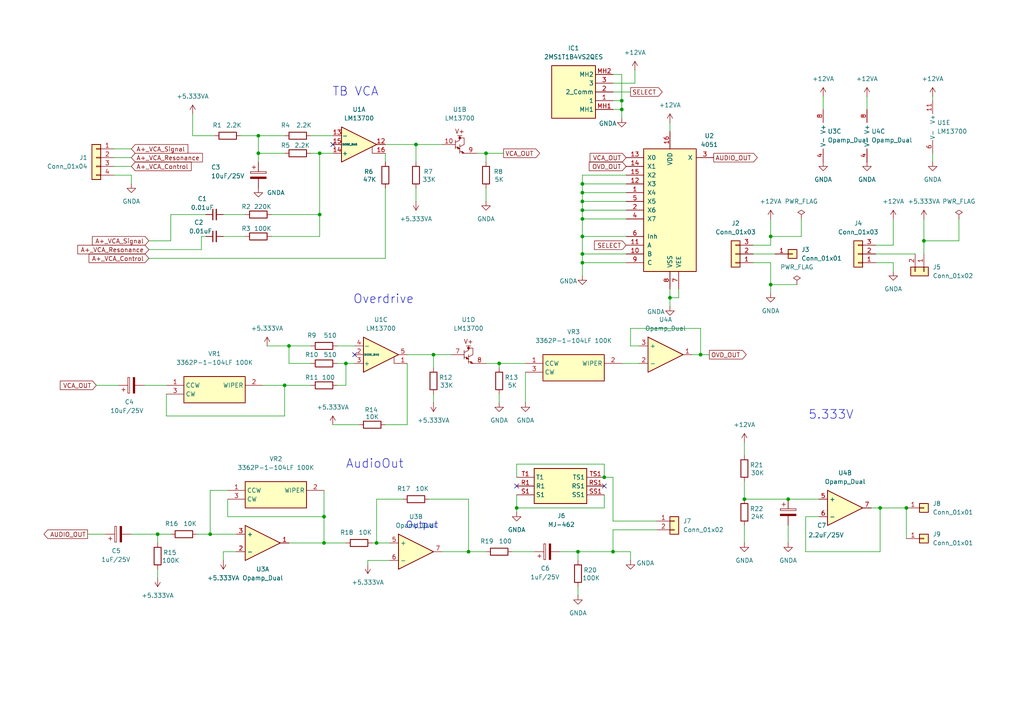
<source format=kicad_sch>
(kicad_sch (version 20231120) (generator "eeschema") (generator_version "8.0")
  (paper "A4")
  (junction (at 267.97 69.85))
  (junction (at 149.86 147.32))
  (junction (at 168.91 63.5))
  (junction (at 135.89 160.02))
  (junction (at 140.97 44.45))
  (junction (at 168.91 68.58))
  (junction (at 175.26 138.43))
  (junction (at 228.6 144.78))
  (junction (at 203.2 102.87))
  (junction (at 92.71 44.45))
  (junction (at 168.91 58.42))
  (junction (at 215.9 144.78))
  (junction (at 74.93 39.37))
  (junction (at 180.34 31.75))
  (junction (at 180.34 29.21))
  (junction (at 168.91 55.88))
  (junction (at 74.93 44.45))
  (junction (at 255.27 147.32))
  (junction (at 92.71 62.23))
  (junction (at 93.98 149.86))
  (junction (at 223.52 82.55))
  (junction (at 167.64 160.02))
  (junction (at 168.91 53.34))
  (junction (at 262.89 147.32))
  (junction (at 83.82 100.33))
  (junction (at 168.91 73.66))
  (junction (at 168.91 60.96))
  (junction (at 144.78 105.41))
  (junction (at 100.33 105.41))
  (junction (at 60.96 154.94))
  (junction (at 82.55 111.76))
  (junction (at 177.8 160.02))
  (junction (at 168.91 76.2))
  (junction (at 120.65 41.91))
  (junction (at 223.52 68.58))
  (junction (at 45.72 154.94))
  (junction (at 194.31 86.36))
  (junction (at 93.98 157.48))
  (junction (at 125.73 102.87))
  (junction (at 109.22 157.48))
  (no_connect (at 149.86 140.97))
  (no_connect (at 96.52 41.91))
  (no_connect (at 175.26 140.97))
  (no_connect (at 102.87 102.87))
  (wire (pts (xy 177.8 29.21) (xy 180.34 29.21)))
  (wire (pts (xy 140.97 44.45) (xy 140.97 46.99)))
  (wire (pts (xy 182.88 100.33) (xy 185.42 100.33)))
  (wire (pts (xy 184.15 20.32) (xy 184.15 24.13)))
  (wire (pts (xy 82.55 111.76) (xy 76.2 111.76)))
  (wire (pts (xy 125.73 114.3) (xy 125.73 116.84)))
  (wire (pts (xy 149.86 147.32) (xy 175.26 147.32)))
  (wire (pts (xy 270.51 44.45) (xy 270.51 46.99)))
  (wire (pts (xy 168.91 58.42) (xy 181.61 58.42)))
  (wire (pts (xy 93.98 149.86) (xy 93.98 142.24)))
  (wire (pts (xy 167.64 160.02) (xy 167.64 162.56)))
  (wire (pts (xy 254 73.66) (xy 265.43 73.66)))
  (wire (pts (xy 146.05 44.45) (xy 140.97 44.45)))
  (wire (pts (xy 233.68 160.02) (xy 255.27 160.02)))
  (wire (pts (xy 111.76 123.19) (xy 118.11 123.19)))
  (wire (pts (xy 168.91 68.58) (xy 168.91 73.66)))
  (wire (pts (xy 168.91 76.2) (xy 168.91 80.01)))
  (wire (pts (xy 194.31 35.56) (xy 194.31 38.1)))
  (wire (pts (xy 215.9 144.78) (xy 228.6 144.78)))
  (wire (pts (xy 120.65 41.91) (xy 120.65 46.99)))
  (wire (pts (xy 149.86 134.62) (xy 149.86 138.43)))
  (wire (pts (xy 177.8 153.67) (xy 177.8 160.02)))
  (wire (pts (xy 278.13 63.5) (xy 278.13 69.85)))
  (wire (pts (xy 182.88 95.25) (xy 182.88 100.33)))
  (wire (pts (xy 223.52 82.55) (xy 223.52 85.09)))
  (wire (pts (xy 194.31 86.36) (xy 194.31 88.9)))
  (wire (pts (xy 116.84 144.78) (xy 109.22 144.78)))
  (wire (pts (xy 168.91 73.66) (xy 181.61 73.66)))
  (wire (pts (xy 33.02 48.26) (xy 38.1 48.26)))
  (wire (pts (xy 58.42 68.58) (xy 59.69 68.58)))
  (wire (pts (xy 215.9 139.7) (xy 215.9 144.78)))
  (wire (pts (xy 168.91 50.8) (xy 168.91 53.34)))
  (wire (pts (xy 233.68 149.86) (xy 233.68 160.02)))
  (wire (pts (xy 49.53 62.23) (xy 59.69 62.23)))
  (wire (pts (xy 55.88 39.37) (xy 55.88 33.02)))
  (wire (pts (xy 148.59 160.02) (xy 154.94 160.02)))
  (wire (pts (xy 255.27 160.02) (xy 255.27 147.32)))
  (wire (pts (xy 180.34 105.41) (xy 185.42 105.41)))
  (wire (pts (xy 203.2 102.87) (xy 203.2 95.25)))
  (wire (pts (xy 168.91 60.96) (xy 181.61 60.96)))
  (wire (pts (xy 223.52 71.12) (xy 218.44 71.12)))
  (wire (pts (xy 93.98 157.48) (xy 100.33 157.48)))
  (wire (pts (xy 41.91 111.76) (xy 48.26 111.76)))
  (wire (pts (xy 38.1 50.8) (xy 38.1 53.34)))
  (wire (pts (xy 168.91 76.2) (xy 181.61 76.2)))
  (wire (pts (xy 232.41 63.5) (xy 232.41 68.58)))
  (wire (pts (xy 168.91 53.34) (xy 181.61 53.34)))
  (wire (pts (xy 38.1 154.94) (xy 45.72 154.94)))
  (wire (pts (xy 177.8 151.13) (xy 190.5 151.13)))
  (wire (pts (xy 48.26 114.3) (xy 48.26 120.65)))
  (wire (pts (xy 109.22 157.48) (xy 113.03 157.48)))
  (wire (pts (xy 111.76 44.45) (xy 111.76 46.99)))
  (wire (pts (xy 43.18 69.85) (xy 49.53 69.85)))
  (wire (pts (xy 252.73 147.32) (xy 255.27 147.32)))
  (wire (pts (xy 149.86 147.32) (xy 149.86 148.59)))
  (wire (pts (xy 177.8 26.67) (xy 182.88 26.67)))
  (wire (pts (xy 223.52 68.58) (xy 223.52 71.12)))
  (wire (pts (xy 168.91 55.88) (xy 168.91 58.42)))
  (wire (pts (xy 267.97 69.85) (xy 267.97 73.66)))
  (wire (pts (xy 203.2 95.25) (xy 182.88 95.25)))
  (wire (pts (xy 45.72 154.94) (xy 45.72 157.48)))
  (wire (pts (xy 111.76 74.93) (xy 111.76 54.61)))
  (wire (pts (xy 259.08 71.12) (xy 254 71.12)))
  (wire (pts (xy 90.17 44.45) (xy 92.71 44.45)))
  (wire (pts (xy 215.9 152.4) (xy 215.9 157.48)))
  (wire (pts (xy 97.79 111.76) (xy 100.33 111.76)))
  (wire (pts (xy 196.85 83.82) (xy 196.85 86.36)))
  (wire (pts (xy 168.91 55.88) (xy 181.61 55.88)))
  (wire (pts (xy 196.85 86.36) (xy 194.31 86.36)))
  (wire (pts (xy 68.58 160.02) (xy 64.77 160.02)))
  (wire (pts (xy 62.23 39.37) (xy 55.88 39.37)))
  (wire (pts (xy 82.55 120.65) (xy 82.55 111.76)))
  (wire (pts (xy 168.91 53.34) (xy 168.91 55.88)))
  (wire (pts (xy 57.15 154.94) (xy 60.96 154.94)))
  (wire (pts (xy 278.13 69.85) (xy 267.97 69.85)))
  (wire (pts (xy 82.55 44.45) (xy 74.93 44.45)))
  (wire (pts (xy 152.4 107.95) (xy 152.4 116.84)))
  (wire (pts (xy 92.71 62.23) (xy 92.71 68.58)))
  (wire (pts (xy 182.88 160.02) (xy 177.8 160.02)))
  (wire (pts (xy 177.8 138.43) (xy 175.26 138.43)))
  (wire (pts (xy 64.77 62.23) (xy 71.12 62.23)))
  (wire (pts (xy 140.97 105.41) (xy 144.78 105.41)))
  (wire (pts (xy 128.27 160.02) (xy 135.89 160.02)))
  (wire (pts (xy 125.73 106.68) (xy 125.73 102.87)))
  (wire (pts (xy 175.26 147.32) (xy 175.26 143.51)))
  (wire (pts (xy 228.6 144.78) (xy 237.49 144.78)))
  (wire (pts (xy 135.89 144.78) (xy 135.89 160.02)))
  (wire (pts (xy 66.04 144.78) (xy 66.04 149.86)))
  (wire (pts (xy 167.64 160.02) (xy 177.8 160.02)))
  (wire (pts (xy 33.02 43.18) (xy 38.1 43.18)))
  (wire (pts (xy 168.91 73.66) (xy 168.91 76.2)))
  (wire (pts (xy 93.98 149.86) (xy 93.98 157.48)))
  (wire (pts (xy 83.82 105.41) (xy 83.82 100.33)))
  (wire (pts (xy 92.71 62.23) (xy 92.71 44.45)))
  (wire (pts (xy 140.97 54.61) (xy 140.97 58.42)))
  (wire (pts (xy 177.8 21.59) (xy 180.34 21.59)))
  (wire (pts (xy 144.78 106.68) (xy 144.78 105.41)))
  (wire (pts (xy 100.33 111.76) (xy 100.33 105.41)))
  (wire (pts (xy 205.74 102.87) (xy 203.2 102.87)))
  (wire (pts (xy 83.82 157.48) (xy 93.98 157.48)))
  (wire (pts (xy 177.8 151.13) (xy 177.8 138.43)))
  (wire (pts (xy 60.96 142.24) (xy 60.96 154.94)))
  (wire (pts (xy 78.74 62.23) (xy 92.71 62.23)))
  (wire (pts (xy 60.96 154.94) (xy 68.58 154.94)))
  (wire (pts (xy 74.93 44.45) (xy 74.93 46.99)))
  (wire (pts (xy 45.72 154.94) (xy 49.53 154.94)))
  (wire (pts (xy 184.15 24.13) (xy 177.8 24.13)))
  (wire (pts (xy 223.52 82.55) (xy 231.14 82.55)))
  (wire (pts (xy 45.72 165.1) (xy 45.72 167.64)))
  (wire (pts (xy 177.8 31.75) (xy 180.34 31.75)))
  (wire (pts (xy 238.76 27.94) (xy 238.76 31.75)))
  (wire (pts (xy 168.91 63.5) (xy 168.91 68.58)))
  (wire (pts (xy 109.22 144.78) (xy 109.22 157.48)))
  (wire (pts (xy 90.17 39.37) (xy 96.52 39.37)))
  (wire (pts (xy 74.93 39.37) (xy 82.55 39.37)))
  (wire (pts (xy 48.26 120.65) (xy 82.55 120.65)))
  (wire (pts (xy 111.76 41.91) (xy 120.65 41.91)))
  (wire (pts (xy 181.61 50.8) (xy 168.91 50.8)))
  (wire (pts (xy 58.42 72.39) (xy 43.18 72.39)))
  (wire (pts (xy 118.11 123.19) (xy 118.11 105.41)))
  (wire (pts (xy 254 76.2) (xy 259.08 76.2)))
  (wire (pts (xy 49.53 69.85) (xy 49.53 62.23)))
  (wire (pts (xy 262.89 147.32) (xy 262.89 156.21)))
  (wire (pts (xy 149.86 143.51) (xy 149.86 147.32)))
  (wire (pts (xy 33.02 50.8) (xy 38.1 50.8)))
  (wire (pts (xy 120.65 41.91) (xy 128.27 41.91)))
  (wire (pts (xy 64.77 160.02) (xy 64.77 162.56)))
  (wire (pts (xy 218.44 73.66) (xy 224.79 73.66)))
  (wire (pts (xy 64.77 68.58) (xy 71.12 68.58)))
  (wire (pts (xy 83.82 100.33) (xy 90.17 100.33)))
  (wire (pts (xy 267.97 69.85) (xy 267.97 63.5)))
  (wire (pts (xy 218.44 76.2) (xy 223.52 76.2)))
  (wire (pts (xy 66.04 142.24) (xy 60.96 142.24)))
  (wire (pts (xy 78.74 68.58) (xy 92.71 68.58)))
  (wire (pts (xy 124.46 144.78) (xy 135.89 144.78)))
  (wire (pts (xy 237.49 149.86) (xy 233.68 149.86)))
  (wire (pts (xy 118.11 102.87) (xy 125.73 102.87)))
  (wire (pts (xy 223.52 76.2) (xy 223.52 82.55)))
  (wire (pts (xy 177.8 153.67) (xy 190.5 153.67)))
  (wire (pts (xy 182.88 160.02) (xy 182.88 162.56)))
  (wire (pts (xy 255.27 147.32) (xy 262.89 147.32)))
  (wire (pts (xy 162.56 160.02) (xy 167.64 160.02)))
  (wire (pts (xy 180.34 29.21) (xy 180.34 31.75)))
  (wire (pts (xy 100.33 105.41) (xy 102.87 105.41)))
  (wire (pts (xy 120.65 54.61) (xy 120.65 58.42)))
  (wire (pts (xy 175.26 138.43) (xy 175.26 134.62)))
  (wire (pts (xy 33.02 45.72) (xy 38.1 45.72)))
  (wire (pts (xy 113.03 162.56) (xy 106.68 162.56)))
  (wire (pts (xy 149.86 134.62) (xy 175.26 134.62)))
  (wire (pts (xy 25.4 154.94) (xy 30.48 154.94)))
  (wire (pts (xy 69.85 39.37) (xy 74.93 39.37)))
  (wire (pts (xy 90.17 105.41) (xy 83.82 105.41)))
  (wire (pts (xy 58.42 68.58) (xy 58.42 72.39)))
  (wire (pts (xy 66.04 149.86) (xy 93.98 149.86)))
  (wire (pts (xy 194.31 83.82) (xy 194.31 86.36)))
  (wire (pts (xy 167.64 170.18) (xy 167.64 172.72)))
  (wire (pts (xy 97.79 100.33) (xy 102.87 100.33)))
  (wire (pts (xy 232.41 68.58) (xy 223.52 68.58)))
  (wire (pts (xy 203.2 102.87) (xy 200.66 102.87)))
  (wire (pts (xy 82.55 111.76) (xy 90.17 111.76)))
  (wire (pts (xy 215.9 128.27) (xy 215.9 132.08)))
  (wire (pts (xy 27.94 111.76) (xy 34.29 111.76)))
  (wire (pts (xy 168.91 63.5) (xy 181.61 63.5)))
  (wire (pts (xy 92.71 44.45) (xy 96.52 44.45)))
  (wire (pts (xy 259.08 63.5) (xy 259.08 71.12)))
  (wire (pts (xy 43.18 74.93) (xy 111.76 74.93)))
  (wire (pts (xy 97.79 105.41) (xy 100.33 105.41)))
  (wire (pts (xy 144.78 114.3) (xy 144.78 116.84)))
  (wire (pts (xy 270.51 27.94) (xy 270.51 29.21)))
  (wire (pts (xy 107.95 157.48) (xy 109.22 157.48)))
  (wire (pts (xy 168.91 68.58) (xy 181.61 68.58)))
  (wire (pts (xy 106.68 162.56) (xy 106.68 163.83)))
  (wire (pts (xy 228.6 152.4) (xy 228.6 157.48)))
  (wire (pts (xy 168.91 60.96) (xy 168.91 63.5)))
  (wire (pts (xy 138.43 44.45) (xy 140.97 44.45)))
  (wire (pts (xy 251.46 27.94) (xy 251.46 31.75)))
  (wire (pts (xy 144.78 105.41) (xy 152.4 105.41)))
  (wire (pts (xy 74.93 44.45) (xy 74.93 39.37)))
  (wire (pts (xy 223.52 63.5) (xy 223.52 68.58)))
  (wire (pts (xy 180.34 21.59) (xy 180.34 29.21)))
  (wire (pts (xy 135.89 160.02) (xy 140.97 160.02)))
  (wire (pts (xy 125.73 102.87) (xy 130.81 102.87)))
  (wire (pts (xy 180.34 31.75) (xy 180.34 34.29)))
  (wire (pts (xy 96.52 123.19) (xy 104.14 123.19)))
  (wire (pts (xy 259.08 76.2) (xy 259.08 78.74)))
  (wire (pts (xy 168.91 58.42) (xy 168.91 60.96)))
  (wire (pts (xy 77.47 100.33) (xy 83.82 100.33)))
  (text "5.333V" (at 241.046 120.396 0) (effects (font (size 2.54 2.54))))
  (text "AudioOut" (at 108.712 134.62 0) (effects (font (size 2.54 2.54))))
  (text "Output" (at 122.428 152.4 0) (effects (font (size 1.905 1.905))))
  (text "Overdrive" (at 111.252 86.868 0) (effects (font (size 2.54 2.54))))
  (text "TB VCA" (at 103.124 26.67 0) (effects (font (size 2.54 2.54))))
  (global_label "A+_VCA_Resonance" (shape input) (at 43.18 72.39 180) (property "Intersheetrefs" "${INTERSHEET_REFS}" (effects (hide yes))))
  (global_label "A+_VCA_Resonance" (shape input) (at 38.1 45.72 0) (property "Intersheetrefs" "${INTERSHEET_REFS}" (effects (hide yes))))
  (global_label "OVD_OUT" (shape input) (at 181.61 48.26 180) (property "Intersheetrefs" "${INTERSHEET_REFS}" (effects (hide yes))))
  (global_label "VCA_OUT" (shape output) (at 146.05 44.45 0) (property "Intersheetrefs" "${INTERSHEET_REFS}" (effects (hide yes))))
  (global_label "A+_VCA_Signal" (shape input) (at 43.18 69.85 180) (property "Intersheetrefs" "${INTERSHEET_REFS}" (effects (hide yes))))
  (global_label "VCA_OUT" (shape input) (at 181.61 45.72 180) (property "Intersheetrefs" "${INTERSHEET_REFS}" (effects (hide yes))))
  (global_label "SELECT" (shape input) (at 181.61 71.12 180) (property "Intersheetrefs" "${INTERSHEET_REFS}" (effects (hide yes))))
  (global_label "A+_VCA_Control" (shape input) (at 38.1 48.26 0) (property "Intersheetrefs" "${INTERSHEET_REFS}" (effects (hide yes))))
  (global_label "SELECT" (shape output) (at 182.88 26.67 0) (property "Intersheetrefs" "${INTERSHEET_REFS}" (effects (hide yes))))
  (global_label "VCA_OUT" (shape input) (at 27.94 111.76 180) (property "Intersheetrefs" "${INTERSHEET_REFS}" (effects (hide yes))))
  (global_label "A+_VCA_Control" (shape input) (at 43.18 74.93 180) (property "Intersheetrefs" "${INTERSHEET_REFS}" (effects (hide yes))))
  (global_label "OVD_OUT" (shape output) (at 205.74 102.87 0) (property "Intersheetrefs" "${INTERSHEET_REFS}" (effects (hide yes))))
  (global_label "AUDIO_OUT" (shape output) (at 25.4 154.94 180) (property "Intersheetrefs" "${INTERSHEET_REFS}" (effects (hide yes))))
  (global_label "A+_VCA_Signal" (shape input) (at 38.1 43.18 0) (property "Intersheetrefs" "${INTERSHEET_REFS}" (effects (hide yes))))
  (global_label "AUDIO_OUT" (shape output) (at 207.01 45.72 0) (property "Intersheetrefs" "${INTERSHEET_REFS}" (effects (hide yes))))
  (symbol (lib_id "power:+5VA") (at 125.73 116.84 180) (unit 1)
    (property "Reference" "#PWR06" (effects (hide yes)))
    (property "Value" "+5.333VA" (at 125.73 121.92 0))
    (property "Description" "Power symbol creates a global label with name \"+5VA\"" (effects (hide yes)))
  )
  (symbol (lib_id "power:+5VA") (at 96.52 123.19 0) (unit 1)
    (property "Reference" "#PWR08" (effects (hide yes)))
    (property "Value" "+5.333VA" (at 96.52 118.11 0))
    (property "Description" "Power symbol creates a global label with name \"+5VA\"" (effects (hide yes)))
  )
  (symbol (lib_id "power:+5VA") (at 55.88 33.02 0) (unit 1)
    (property "Reference" "#PWR01" (effects (hide yes)))
    (property "Value" "+5.333VA" (at 55.88 27.94 0))
    (property "Description" "Power symbol creates a global label with name \"+5VA\"" (effects (hide yes)))
  )
  (symbol (lib_id "power:PWR_FLAG") (at 232.41 63.5 0) (unit 1)
    (property "Reference" "#FLG02" (effects (hide yes)))
    (property "Value" "PWR_FLAG" (at 232.41 58.42 0))
    (property "Description" "Special symbol for telling ERC where power comes from" (effects (hide yes)))
  )
  (symbol (lib_id "power:+12VA") (at 184.15 20.32 0) (unit 1)
    (property "Reference" "#PWR033" (effects (hide yes)))
    (property "Value" "+12VA" (at 184.15 15.24 0))
    (property "Description" "Power symbol creates a global label with name \"+12VA\"" (effects (hide yes)))
  )
  (symbol (lib_id "power:GNDA") (at 223.52 85.09 0) (unit 1)
    (property "Reference" "#PWR015" (effects (hide yes)))
    (property "Value" "GNDA" (at 223.52 90.17 0))
    (property "Description" "Power symbol creates a global label with name \"GNDA\" , analog ground" (effects (hide yes)))
  )
  (symbol (lib_id "Device:Opamp_Dual") (at 193.04 102.87 0) (unit 1)
    (property "Reference" "U4" (at 193.04 92.71 0))
    (property "Value" "Opamp_Dual" (at 193.04 95.25 0))
    (property "Footprint" "Package_DIP:DIP-8_W7.62mm_Socket" (effects (hide yes)))
    (property "Description" "Dual operational amplifier" (effects (hide yes)))
    (property "Sim.Library" "${KICAD7_SYMBOL_DIR}/Simulation_SPICE.sp" (effects (hide yes)))
    (property "Sim.Name" "kicad_builtin_opamp_dual" (effects (hide yes)))
    (property "Sim.Device" "SUBCKT" (effects (hide yes)))
    (property "Sim.Pins" "1=out1 2=in1- 3=in1+ 4=vee 5=in2+ 6=in2- 7=out2 8=vcc" (effects (hide yes)))
  )
  (symbol (lib_id "power:GNDA") (at 168.91 80.01 0) (unit 1)
    (property "Reference" "#PWR09" (effects (hide yes)))
    (property "Value" "GNDA" (at 164.846 81.534 0))
    (property "Description" "Power symbol creates a global label with name \"GNDA\" , analog ground" (effects (hide yes)))
  )
  (symbol (lib_id "Device:R") (at 93.98 100.33 90) (unit 1)
    (property "Reference" "R9" (at 90.424 97.282 90))
    (property "Value" "510" (at 95.758 97.282 90))
    (property "Footprint" "Resistor_THT:R_Axial_DIN0207_L6.3mm_D2.5mm_P2.54mm_Vertical" (effects (hide yes)))
    (property "Description" "Resistor" (effects (hide yes)))
  )
  (symbol (lib_id "power:+5VA") (at 64.77 162.56 180) (unit 1)
    (property "Reference" "#PWR021" (effects (hide yes)))
    (property "Value" "+5.333VA" (at 64.77 167.64 0))
    (property "Description" "Power symbol creates a global label with name \"+5VA\"" (effects (hide yes)))
  )
  (symbol (lib_id "power:PWR_FLAG") (at 231.14 82.55 0) (unit 1)
    (property "Reference" "#FLG01" (effects (hide yes)))
    (property "Value" "PWR_FLAG" (at 231.14 77.47 0))
    (property "Description" "Special symbol for telling ERC where power comes from" (effects (hide yes)))
  )
  (symbol (lib_id "power:+12VA") (at 251.46 27.94 0) (unit 1)
    (property "Reference" "#PWR026" (effects (hide yes)))
    (property "Value" "+12VA" (at 251.46 22.86 0))
    (property "Description" "Power symbol creates a global label with name \"+12VA\"" (effects (hide yes)))
  )
  (symbol (lib_id "power:GNDA") (at 167.64 172.72 0) (unit 1)
    (property "Reference" "#PWR024" (effects (hide yes)))
    (property "Value" "GNDA" (at 167.64 177.8 0))
    (property "Description" "Power symbol creates a global label with name \"GNDA\" , analog ground" (effects (hide yes)))
  )
  (symbol (lib_id "power:+5VA") (at 45.72 167.64 180) (unit 1)
    (property "Reference" "#PWR020" (effects (hide yes)))
    (property "Value" "+5.333VA" (at 45.72 172.72 0))
    (property "Description" "Power symbol creates a global label with name \"+5VA\"" (effects (hide yes)))
  )
  (symbol (lib_id "power:+12VA") (at 270.51 27.94 0) (unit 1)
    (property "Reference" "#PWR011" (effects (hide yes)))
    (property "Value" "+12VA" (at 270.51 22.86 0))
    (property "Description" "Power symbol creates a global label with name \"+12VA\"" (effects (hide yes)))
  )
  (symbol (lib_id "power:GNDA") (at 194.31 88.9 0) (unit 1)
    (property "Reference" "#PWR010" (effects (hide yes)))
    (property "Value" "GNDA" (at 190.246 90.424 0))
    (property "Description" "Power symbol creates a global label with name \"GNDA\" , analog ground" (effects (hide yes)))
  )
  (symbol (lib_id "SamacSys_Parts:3362P-1-103LF") (at 48.26 111.76 0) (unit 1)
    (property "Reference" "VR1" (at 62.23 102.616 0))
    (property "Value" "3362P-1-104LF 100K" (at 62.23 105.156 0))
    (property "Footprint" "SamacSys_Parts:3362P_1" (effects (hide yes)))
    (property "Datasheet" "https://datasheet.datasheetarchive.com/originals/distributors/SFDatasheet-6/sf-000139931.pdf" (effects (hide yes)))
    (property "Description" "10k, Through Hole Trimmer Potentiometer 0.5W Top Adjust Bourns, 3362" (effects (hide yes)))
    (property "Manufacturer_Name" "Bourns" (effects (hide yes)))
    (property "Manufacturer_Part_Number" "3362P-1-103LF" (effects (hide yes)))
    (property "Mouser Part Number" "652-3362P-1-103LF" (effects (hide yes)))
    (property "Mouser Price/Stock" "https://www.mouser.co.uk/ProductDetail/Bourns/3362P-1-103LF?qs=tS7CBNq%252BQ07BavGNEQud%252BA%3D%3D" (effects (hide yes)))
    (property "Arrow Part Number" "3362P-1-103LF" (effects (hide yes)))
    (property "Arrow Price/Stock" "https://www.arrow.com/en/products/3362p-1-103lf/bourns?utm_currency=USD&region=nac" (effects (hide yes)))
  )
  (symbol (lib_id "Amplifier_Operational:LM13700") (at 110.49 102.87 0) (unit 3)
    (property "Reference" "U1" (at 110.49 92.71 0))
    (property "Value" "LM13700" (at 110.49 95.25 0))
    (property "Footprint" "Package_DIP:DIP-16_W7.62mm_Socket" (effects (hide yes)))
    (property "Datasheet" "http://www.ti.com/lit/ds/symlink/lm13700.pdf" (effects (hide yes)))
    (property "Description" "Dual Operational Transconductance Amplifiers with Linearizing Diodes and Buffers, DIP-16/SOIC-16" (effects (hide yes)))
  )
  (symbol (lib_id "power:GNDA") (at 238.76 46.99 0) (unit 1)
    (property "Reference" "#PWR035" (effects (hide yes)))
    (property "Value" "GNDA" (at 238.76 52.07 0))
    (property "Description" "Power symbol creates a global label with name \"GNDA\" , analog ground" (effects (hide yes)))
  )
  (symbol (lib_id "Amplifier_Operational:LM13700") (at 104.14 41.91 0) (unit 1)
    (property "Reference" "U1" (at 104.14 31.75 0))
    (property "Value" "LM13700" (at 104.14 34.29 0))
    (property "Footprint" "Package_DIP:DIP-16_W7.62mm_Socket" (effects (hide yes)))
    (property "Datasheet" "http://www.ti.com/lit/ds/symlink/lm13700.pdf" (effects (hide yes)))
    (property "Description" "Dual Operational Transconductance Amplifiers with Linearizing Diodes and Buffers, DIP-16/SOIC-16" (effects (hide yes)))
  )
  (symbol (lib_id "power:GNDA") (at 38.1 53.34 0) (unit 1)
    (property "Reference" "#PWR013" (effects (hide yes)))
    (property "Value" "GNDA" (at 38.1 58.42 0))
    (property "Description" "Power symbol creates a global label with name \"GNDA\" , analog ground" (effects (hide yes)))
  )
  (symbol (lib_id "Device:R") (at 74.93 68.58 90) (unit 1)
    (property "Reference" "R3" (at 71.374 66.294 90))
    (property "Value" "100K" (at 76.2 66.294 90))
    (property "Footprint" "Resistor_THT:R_Axial_DIN0207_L6.3mm_D2.5mm_P2.54mm_Vertical" (effects (hide yes)))
    (property "Description" "Resistor" (effects (hide yes)))
  )
  (symbol (lib_id "Device:R") (at 74.93 62.23 90) (unit 1)
    (property "Reference" "R2" (at 71.374 59.944 90))
    (property "Value" "220K" (at 76.2 59.944 90))
    (property "Footprint" "Resistor_THT:R_Axial_DIN0207_L6.3mm_D2.5mm_P2.54mm_Vertical" (effects (hide yes)))
    (property "Description" "Resistor" (effects (hide yes)))
  )
  (symbol (lib_id "SamacSys_Parts:3362P-1-103LF") (at 152.4 105.41 0) (unit 1)
    (property "Reference" "VR3" (at 166.37 96.266 0))
    (property "Value" "3362P-1-104LF 100K" (at 166.37 98.806 0))
    (property "Footprint" "SamacSys_Parts:3362P_1" (effects (hide yes)))
    (property "Datasheet" "https://datasheet.datasheetarchive.com/originals/distributors/SFDatasheet-6/sf-000139931.pdf" (effects (hide yes)))
    (property "Description" "10k, Through Hole Trimmer Potentiometer 0.5W Top Adjust Bourns, 3362" (effects (hide yes)))
    (property "Manufacturer_Name" "Bourns" (effects (hide yes)))
    (property "Manufacturer_Part_Number" "3362P-1-103LF" (effects (hide yes)))
    (property "Mouser Part Number" "652-3362P-1-103LF" (effects (hide yes)))
    (property "Mouser Price/Stock" "https://www.mouser.co.uk/ProductDetail/Bourns/3362P-1-103LF?qs=tS7CBNq%252BQ07BavGNEQud%252BA%3D%3D" (effects (hide yes)))
    (property "Arrow Part Number" "3362P-1-103LF" (effects (hide yes)))
    (property "Arrow Price/Stock" "https://www.arrow.com/en/products/3362p-1-103lf/bourns?utm_currency=USD&region=nac" (effects (hide yes)))
  )
  (symbol (lib_id "Device:R") (at 215.9 135.89 180) (unit 1)
    (property "Reference" "R21" (at 219.456 134.874 0))
    (property "Value" "30K" (at 219.71 137.16 0))
    (property "Footprint" "Resistor_THT:R_Axial_DIN0207_L6.3mm_D2.5mm_P2.54mm_Vertical" (effects (hide yes)))
    (property "Description" "Resistor" (effects (hide yes)))
  )
  (symbol (lib_id "Connector_Generic:Conn_01x04") (at 27.94 45.72 0) (mirror y) (unit 1)
    (property "Reference" "J1" (at 25.4 45.7199 0) (effects (justify left)))
    (property "Value" "Conn_01x04" (at 25.4 48.2599 0) (effects (justify left)))
    (property "Footprint" "Connector_PinHeader_2.54mm:PinHeader_1x04_P2.54mm_Horizontal" (effects (hide yes)))
    (property "Description" "Generic connector, single row, 01x04, script generated (kicad-library-utils/schlib/autogen/connector/)" (effects (hide yes)))
  )
  (symbol (lib_id "Device:C_Polarized") (at 158.75 160.02 90) (unit 1)
    (property "Reference" "C6" (at 159.512 164.846 90) (effects (justify left)))
    (property "Value" "1uF/25V" (at 162.306 167.386 90) (effects (justify left)))
    (property "Footprint" "Capacitor_THT:CP_Radial_D5.0mm_P2.50mm" (effects (hide yes)))
    (property "Description" "Polarized capacitor" (effects (hide yes)))
  )
  (symbol (lib_id "Connector_Generic:Conn_01x02") (at 195.58 151.13 0) (unit 1)
    (property "Reference" "J7" (at 198.12 151.1299 0) (effects (justify left)))
    (property "Value" "Conn_01x02" (at 198.12 153.6699 0) (effects (justify left)))
    (property "Footprint" "Connector_PinHeader_2.54mm:PinHeader_1x02_P2.54mm_Horizontal" (effects (hide yes)))
    (property "Description" "Generic connector, single row, 01x02, script generated (kicad-library-utils/schlib/autogen/connector/)" (effects (hide yes)))
  )
  (symbol (lib_id "power:GNDA") (at 74.93 54.61 0) (unit 1)
    (property "Reference" "#PWR02" (effects (hide yes)))
    (property "Value" "GNDA" (at 80.01 55.88 0))
    (property "Description" "Power symbol creates a global label with name \"GNDA\" , analog ground" (effects (hide yes)))
  )
  (symbol (lib_id "power:GNDA") (at 228.6 157.48 0) (unit 1)
    (property "Reference" "#PWR030" (effects (hide yes)))
    (property "Value" "GNDA" (at 228.6 162.56 0))
    (property "Description" "Power symbol creates a global label with name \"GNDA\" , analog ground" (effects (hide yes)))
  )
  (symbol (lib_id "Device:R") (at 86.36 39.37 90) (unit 1)
    (property "Reference" "R4" (at 82.804 36.322 90))
    (property "Value" "2.2K" (at 88.138 36.322 90))
    (property "Footprint" "Resistor_THT:R_Axial_DIN0207_L6.3mm_D2.5mm_P2.54mm_Vertical" (effects (hide yes)))
    (property "Description" "Resistor" (effects (hide yes)))
  )
  (symbol (lib_id "power:GNDA") (at 270.51 46.99 0) (unit 1)
    (property "Reference" "#PWR012" (effects (hide yes)))
    (property "Value" "GNDA" (at 270.51 52.07 0))
    (property "Description" "Power symbol creates a global label with name \"GNDA\" , analog ground" (effects (hide yes)))
  )
  (symbol (lib_id "Device:C_Polarized") (at 74.93 50.8 0) (unit 1)
    (property "Reference" "C3" (at 61.214 48.514 0) (effects (justify left)))
    (property "Value" "10uF/25V" (at 61.214 51.054 0) (effects (justify left)))
    (property "Footprint" "Capacitor_THT:CP_Radial_D5.0mm_P2.50mm" (effects (hide yes)))
    (property "Description" "Polarized capacitor" (effects (hide yes)))
  )
  (symbol (lib_id "Connector_Generic:Conn_01x01") (at 229.87 73.66 0) (unit 1)
    (property "Reference" "J3" (at 232.41 72.3899 0) (effects (justify left)))
    (property "Value" "Conn_01x01" (at 232.41 74.9299 0) (effects (justify left)))
    (property "Footprint" "Connector_PinHeader_2.54mm:PinHeader_1x01_P2.54mm_Vertical" (effects (hide yes)))
    (property "Description" "Generic connector, single row, 01x01, script generated (kicad-library-utils/schlib/autogen/connector/)" (effects (hide yes)))
  )
  (symbol (lib_id "Amplifier_Operational:LM13700") (at 138.43 102.87 0) (unit 4)
    (property "Reference" "U1" (at 135.89 92.71 0))
    (property "Value" "LM13700" (at 135.89 95.25 0))
    (property "Footprint" "Package_DIP:DIP-16_W7.62mm_Socket" (effects (hide yes)))
    (property "Datasheet" "http://www.ti.com/lit/ds/symlink/lm13700.pdf" (effects (hide yes)))
    (property "Description" "Dual Operational Transconductance Amplifiers with Linearizing Diodes and Buffers, DIP-16/SOIC-16" (effects (hide yes)))
  )
  (symbol (lib_id "power:+5VA") (at 77.47 100.33 0) (unit 1)
    (property "Reference" "#PWR05" (effects (hide yes)))
    (property "Value" "+5.333VA" (at 77.47 95.25 0))
    (property "Description" "Power symbol creates a global label with name \"+5VA\"" (effects (hide yes)))
  )
  (symbol (lib_id "Device:C_Small") (at 62.23 62.23 90) (unit 1)
    (property "Reference" "C1" (at 58.674 57.658 90))
    (property "Value" "0.01uF" (at 58.674 60.198 90))
    (property "Footprint" "Capacitor_THT:C_Rect_L7.0mm_W2.0mm_P5.00mm" (effects (hide yes)))
    (property "Description" "Unpolarized capacitor, small symbol" (effects (hide yes)))
  )
  (symbol (lib_id "Device:C_Small") (at 62.23 68.58 90) (unit 1)
    (property "Reference" "C2" (at 57.658 64.516 90))
    (property "Value" "0.01uF" (at 58.166 67.056 90))
    (property "Footprint" "Capacitor_THT:C_Rect_L7.0mm_W2.0mm_P5.00mm" (effects (hide yes)))
    (property "Description" "Unpolarized capacitor, small symbol" (effects (hide yes)))
  )
  (symbol (lib_id "Device:Opamp_Dual") (at 254 39.37 0) (unit 3)
    (property "Reference" "U4" (at 252.73 38.0999 0) (effects (justify left)))
    (property "Value" "Opamp_Dual" (at 252.73 40.6399 0) (effects (justify left)))
    (property "Footprint" "Package_DIP:DIP-8_W7.62mm_Socket" (effects (hide yes)))
    (property "Description" "Dual operational amplifier" (effects (hide yes)))
    (property "Sim.Library" "${KICAD7_SYMBOL_DIR}/Simulation_SPICE.sp" (effects (hide yes)))
    (property "Sim.Name" "kicad_builtin_opamp_dual" (effects (hide yes)))
    (property "Sim.Device" "SUBCKT" (effects (hide yes)))
    (property "Sim.Pins" "1=out1 2=in1- 3=in1+ 4=vee 5=in2+ 6=in2- 7=out2 8=vcc" (effects (hide yes)))
  )
  (symbol (lib_id "power:GNDA") (at 180.34 34.29 0) (unit 1)
    (property "Reference" "#PWR032" (effects (hide yes)))
    (property "Value" "GNDA" (at 176.276 35.814 0))
    (property "Description" "Power symbol creates a global label with name \"GNDA\" , analog ground" (effects (hide yes)))
  )
  (symbol (lib_id "power:+12VA") (at 259.08 63.5 0) (unit 1)
    (property "Reference" "#PWR016" (effects (hide yes)))
    (property "Value" "+12VA" (at 259.08 58.42 0))
    (property "Description" "Power symbol creates a global label with name \"+12VA\"" (effects (hide yes)))
  )
  (symbol (lib_id "power:+12VA") (at 238.76 27.94 0) (unit 1)
    (property "Reference" "#PWR034" (effects (hide yes)))
    (property "Value" "+12VA" (at 238.76 22.86 0))
    (property "Description" "Power symbol creates a global label with name \"+12VA\"" (effects (hide yes)))
  )
  (symbol (lib_id "Device:R") (at 93.98 105.41 90) (unit 1)
    (property "Reference" "R10" (at 90.424 102.87 90))
    (property "Value" "510" (at 95.758 102.87 90))
    (property "Footprint" "Resistor_THT:R_Axial_DIN0207_L6.3mm_D2.5mm_P2.54mm_Vertical" (effects (hide yes)))
    (property "Description" "Resistor" (effects (hide yes)))
  )
  (symbol (lib_id "Amplifier_Operational:LM13700") (at 273.05 36.83 0) (unit 5)
    (property "Reference" "U1" (at 271.78 35.5599 0) (effects (justify left)))
    (property "Value" "LM13700" (at 271.78 38.0999 0) (effects (justify left)))
    (property "Footprint" "Package_DIP:DIP-16_W7.62mm_Socket" (effects (hide yes)))
    (property "Datasheet" "http://www.ti.com/lit/ds/symlink/lm13700.pdf" (effects (hide yes)))
    (property "Description" "Dual Operational Transconductance Amplifiers with Linearizing Diodes and Buffers, DIP-16/SOIC-16" (effects (hide yes)))
  )
  (symbol (lib_id "Device:R") (at 104.14 157.48 90) (unit 1)
    (property "Reference" "R18" (at 100.584 154.432 90))
    (property "Value" "10K" (at 105.918 154.432 90))
    (property "Footprint" "Resistor_THT:R_Axial_DIN0207_L6.3mm_D2.5mm_P2.54mm_Vertical" (effects (hide yes)))
    (property "Description" "Resistor" (effects (hide yes)))
  )
  (symbol (lib_id "Device:Opamp_Dual") (at 120.65 160.02 0) (unit 2)
    (property "Reference" "U3" (at 120.65 149.86 0))
    (property "Value" "Opamp_Dual" (at 120.65 152.4 0))
    (property "Footprint" "Package_DIP:DIP-8_W7.62mm_Socket" (effects (hide yes)))
    (property "Description" "Dual operational amplifier" (effects (hide yes)))
    (property "Sim.Library" "${KICAD7_SYMBOL_DIR}/Simulation_SPICE.sp" (effects (hide yes)))
    (property "Sim.Name" "kicad_builtin_opamp_dual" (effects (hide yes)))
    (property "Sim.Device" "SUBCKT" (effects (hide yes)))
    (property "Sim.Pins" "1=out1 2=in1- 3=in1+ 4=vee 5=in2+ 6=in2- 7=out2 8=vcc" (effects (hide yes)))
  )
  (symbol (lib_id "Device:R") (at 86.36 44.45 90) (unit 1)
    (property "Reference" "R5" (at 82.804 42.164 90))
    (property "Value" "2.2K" (at 87.63 42.164 90))
    (property "Footprint" "Resistor_THT:R_Axial_DIN0207_L6.3mm_D2.5mm_P2.54mm_Vertical" (effects (hide yes)))
    (property "Description" "Resistor" (effects (hide yes)))
  )
  (symbol (lib_id "Connector_Generic:Conn_01x01") (at 267.97 156.21 0) (unit 1)
    (property "Reference" "J9" (at 270.51 154.9399 0) (effects (justify left)))
    (property "Value" "Conn_01x01" (at 270.51 157.4799 0) (effects (justify left)))
    (property "Footprint" "Connector_PinSocket_2.54mm:PinSocket_1x01_P2.54mm_Vertical" (effects (hide yes)))
    (property "Description" "Generic connector, single row, 01x01, script generated (kicad-library-utils/schlib/autogen/connector/)" (effects (hide yes)))
  )
  (symbol (lib_id "Device:R") (at 144.78 160.02 90) (unit 1)
    (property "Reference" "R19" (at 141.224 156.972 90))
    (property "Value" "100" (at 146.558 156.972 90))
    (property "Footprint" "Resistor_THT:R_Axial_DIN0207_L6.3mm_D2.5mm_P2.54mm_Vertical" (effects (hide yes)))
    (property "Description" "Resistor" (effects (hide yes)))
  )
  (symbol (lib_id "Connector_Generic:Conn_01x01") (at 267.97 147.32 0) (unit 1)
    (property "Reference" "J8" (at 270.51 146.0499 0) (effects (justify left)))
    (property "Value" "Conn_01x01" (at 270.51 148.5899 0) (effects (justify left)))
    (property "Footprint" "Connector_PinSocket_2.54mm:PinSocket_1x01_P2.54mm_Vertical" (effects (hide yes)))
    (property "Description" "Generic connector, single row, 01x01, script generated (kicad-library-utils/schlib/autogen/connector/)" (effects (hide yes)))
  )
  (symbol (lib_id "Device:R") (at 140.97 50.8 180) (unit 1)
    (property "Reference" "R8" (at 144.526 49.784 0))
    (property "Value" "5K" (at 144.78 52.07 0))
    (property "Footprint" "Resistor_THT:R_Axial_DIN0207_L6.3mm_D2.5mm_P2.54mm_Vertical" (effects (hide yes)))
    (property "Description" "Resistor" (effects (hide yes)))
  )
  (symbol (lib_id "power:+12VA") (at 215.9 128.27 0) (unit 1)
    (property "Reference" "#PWR028" (effects (hide yes)))
    (property "Value" "+12VA" (at 215.9 123.19 0))
    (property "Description" "Power symbol creates a global label with name \"+12VA\"" (effects (hide yes)))
  )
  (symbol (lib_id "power:GNDA") (at 140.97 58.42 0) (unit 1)
    (property "Reference" "#PWR04" (effects (hide yes)))
    (property "Value" "GNDA" (at 140.97 63.5 0))
    (property "Description" "Power symbol creates a global label with name \"GNDA\" , analog ground" (effects (hide yes)))
  )
  (symbol (lib_id "Amplifier_Operational:LM13700") (at 135.89 41.91 0) (unit 2)
    (property "Reference" "U1" (at 133.35 31.75 0))
    (property "Value" "LM13700" (at 133.35 34.29 0))
    (property "Footprint" "Package_DIP:DIP-16_W7.62mm_Socket" (effects (hide yes)))
    (property "Datasheet" "http://www.ti.com/lit/ds/symlink/lm13700.pdf" (effects (hide yes)))
    (property "Description" "Dual Operational Transconductance Amplifiers with Linearizing Diodes and Buffers, DIP-16/SOIC-16" (effects (hide yes)))
  )
  (symbol (lib_id "power:+12VA") (at 194.31 35.56 0) (unit 1)
    (property "Reference" "#PWR019" (effects (hide yes)))
    (property "Value" "+12VA" (at 194.31 30.48 0))
    (property "Description" "Power symbol creates a global label with name \"+12VA\"" (effects (hide yes)))
  )
  (symbol (lib_id "Device:R") (at 125.73 110.49 180) (unit 1)
    (property "Reference" "R12" (at 129.286 109.474 0))
    (property "Value" "33K" (at 129.54 111.76 0))
    (property "Footprint" "Resistor_THT:R_Axial_DIN0207_L6.3mm_D2.5mm_P2.54mm_Vertical" (effects (hide yes)))
    (property "Description" "Resistor" (effects (hide yes)))
  )
  (symbol (lib_id "Device:R") (at 45.72 161.29 180) (unit 1)
    (property "Reference" "R15" (at 49.276 160.274 0))
    (property "Value" "100K" (at 49.53 162.56 0))
    (property "Footprint" "Resistor_THT:R_Axial_DIN0207_L6.3mm_D2.5mm_P2.54mm_Vertical" (effects (hide yes)))
    (property "Description" "Resistor" (effects (hide yes)))
  )
  (symbol (lib_id "Device:Opamp_Dual") (at 245.11 147.32 0) (unit 2)
    (property "Reference" "U4" (at 245.11 137.16 0))
    (property "Value" "Opamp_Dual" (at 245.11 139.7 0))
    (property "Footprint" "Package_DIP:DIP-8_W7.62mm_Socket" (effects (hide yes)))
    (property "Description" "Dual operational amplifier" (effects (hide yes)))
    (property "Sim.Library" "${KICAD7_SYMBOL_DIR}/Simulation_SPICE.sp" (effects (hide yes)))
    (property "Sim.Name" "kicad_builtin_opamp_dual" (effects (hide yes)))
    (property "Sim.Device" "SUBCKT" (effects (hide yes)))
    (property "Sim.Pins" "1=out1 2=in1- 3=in1+ 4=vee 5=in2+ 6=in2- 7=out2 8=vcc" (effects (hide yes)))
  )
  (symbol (lib_id "SamacSys_Parts:2MS1T1B4VS2QES") (at 177.8 31.75 180) (unit 1)
    (property "Reference" "IC1" (at 166.37 13.97 0))
    (property "Value" "2MS1T1B4VS2QES" (at 166.37 16.51 0))
    (property "Footprint" "2MS1T1B4VS2QES" (effects (hide yes)))
    (property "Datasheet" "https://akizukidenshi.com/download/ds/cosland/2MS1-T1-B4-VS2-Q-E-S.pdf" (effects (hide yes)))
    (property "Description" "Toggle Switches" (effects (hide yes)))
    (property "Height" "23.61" (effects (hide yes)))
    (property "Manufacturer_Name" "Dailywell" (effects (hide yes)))
    (property "Manufacturer_Part_Number" "2MS1T1B4VS2QES" (effects (hide yes)))
    (property "Mouser Part Number" "N/A" (effects (hide yes)))
    (property "Mouser Price/Stock" "https://www.mouser.co.uk/ProductDetail/Dailywell/2MS1T1B4VS2QES?qs=Zz7%252BYVVL6bHHqAn5ycuDAQ%3D%3D" (effects (hide yes)))
  )
  (symbol (lib_id "power:GNDA") (at 215.9 157.48 0) (unit 1)
    (property "Reference" "#PWR029" (effects (hide yes)))
    (property "Value" "GNDA" (at 215.9 162.56 0))
    (property "Description" "Power symbol creates a global label with name \"GNDA\" , analog ground" (effects (hide yes)))
  )
  (symbol (lib_id "power:PWR_FLAG") (at 278.13 63.5 0) (unit 1)
    (property "Reference" "#FLG03" (effects (hide yes)))
    (property "Value" "PWR_FLAG" (at 278.13 58.42 0))
    (property "Description" "Special symbol for telling ERC where power comes from" (effects (hide yes)))
  )
  (symbol (lib_id "Connector_Generic:Conn_01x03") (at 213.36 73.66 180) (unit 1)
    (property "Reference" "J2" (at 213.36 64.77 0))
    (property "Value" "Conn_01x03" (at 213.36 67.31 0))
    (property "Footprint" "Connector_PinSocket_2.54mm:PinSocket_1x03_P2.54mm_Vertical" (effects (hide yes)))
    (property "Description" "Generic connector, single row, 01x03, script generated (kicad-library-utils/schlib/autogen/connector/)" (effects (hide yes)))
  )
  (symbol (lib_id "Device:Opamp_Dual") (at 241.3 39.37 0) (unit 3)
    (property "Reference" "U3" (at 240.03 38.0999 0) (effects (justify left)))
    (property "Value" "Opamp_Dual" (at 240.03 40.6399 0) (effects (justify left)))
    (property "Footprint" "Package_DIP:DIP-8_W7.62mm_Socket" (effects (hide yes)))
    (property "Description" "Dual operational amplifier" (effects (hide yes)))
    (property "Sim.Library" "${KICAD7_SYMBOL_DIR}/Simulation_SPICE.sp" (effects (hide yes)))
    (property "Sim.Name" "kicad_builtin_opamp_dual" (effects (hide yes)))
    (property "Sim.Device" "SUBCKT" (effects (hide yes)))
    (property "Sim.Pins" "1=out1 2=in1- 3=in1+ 4=vee 5=in2+ 6=in2- 7=out2 8=vcc" (effects (hide yes)))
  )
  (symbol (lib_id "Device:C_Polarized") (at 228.6 148.59 0) (unit 1)
    (property "Reference" "C7" (at 236.982 152.4 0) (effects (justify left)))
    (property "Value" "2.2uF/25V" (at 234.442 155.194 0) (effects (justify left)))
    (property "Footprint" "Capacitor_THT:CP_Radial_D5.0mm_P2.50mm" (effects (hide yes)))
    (property "Description" "Polarized capacitor" (effects (hide yes)))
  )
  (symbol (lib_id "Device:R") (at 53.34 154.94 90) (unit 1)
    (property "Reference" "R16" (at 49.784 151.892 90))
    (property "Value" "10K" (at 55.118 151.892 90))
    (property "Footprint" "Resistor_THT:R_Axial_DIN0207_L6.3mm_D2.5mm_P2.54mm_Vertical" (effects (hide yes)))
    (property "Description" "Resistor" (effects (hide yes)))
  )
  (symbol (lib_id "power:GNDA") (at 251.46 46.99 0) (unit 1)
    (property "Reference" "#PWR027" (effects (hide yes)))
    (property "Value" "GNDA" (at 251.46 52.07 0))
    (property "Description" "Power symbol creates a global label with name \"GNDA\" , analog ground" (effects (hide yes)))
  )
  (symbol (lib_id "Device:C_Polarized") (at 34.29 154.94 90) (unit 1)
    (property "Reference" "C5" (at 35.052 159.766 90) (effects (justify left)))
    (property "Value" "1uF/25V" (at 37.846 162.306 90) (effects (justify left)))
    (property "Footprint" "Capacitor_THT:CP_Radial_D5.0mm_P2.50mm" (effects (hide yes)))
    (property "Description" "Polarized capacitor" (effects (hide yes)))
  )
  (symbol (lib_id "Device:R") (at 66.04 39.37 90) (unit 1)
    (property "Reference" "R1" (at 62.992 36.322 90))
    (property "Value" "2.2K" (at 67.818 36.322 90))
    (property "Footprint" "Resistor_THT:R_Axial_DIN0207_L6.3mm_D2.5mm_P2.54mm_Vertical" (effects (hide yes)))
    (property "Description" "Resistor" (effects (hide yes)))
  )
  (symbol (lib_id "Device:R") (at 120.65 50.8 180) (unit 1)
    (property "Reference" "R7" (at 124.206 49.784 0))
    (property "Value" "33K" (at 124.46 52.07 0))
    (property "Footprint" "Resistor_THT:R_Axial_DIN0207_L6.3mm_D2.5mm_P2.54mm_Vertical" (effects (hide yes)))
    (property "Description" "Resistor" (effects (hide yes)))
  )
  (symbol (lib_id "Device:R") (at 93.98 111.76 90) (unit 1)
    (property "Reference" "R11" (at 90.424 109.474 90))
    (property "Value" "100" (at 95.25 109.474 90))
    (property "Footprint" "Resistor_THT:R_Axial_DIN0207_L6.3mm_D2.5mm_P2.54mm_Vertical" (effects (hide yes)))
    (property "Description" "Resistor" (effects (hide yes)))
  )
  (symbol (lib_id "power:+5VA") (at 120.65 58.42 180) (unit 1)
    (property "Reference" "#PWR03" (effects (hide yes)))
    (property "Value" "+5.333VA" (at 120.65 63.5 0))
    (property "Description" "Power symbol creates a global label with name \"+5VA\"" (effects (hide yes)))
  )
  (symbol (lib_id "power:GNDA") (at 152.4 116.84 0) (unit 1)
    (property "Reference" "#PWR031" (effects (hide yes)))
    (property "Value" "GNDA" (at 152.4 121.92 0))
    (property "Description" "Power symbol creates a global label with name \"GNDA\" , analog ground" (effects (hide yes)))
  )
  (symbol (lib_id "SamacSys_Parts:3362P-1-103LF") (at 66.04 142.24 0) (unit 1)
    (property "Reference" "VR2" (at 80.01 133.096 0))
    (property "Value" "3362P-1-104LF 100K" (at 80.01 135.636 0))
    (property "Footprint" "SamacSys_Parts:3362P_1" (effects (hide yes)))
    (property "Datasheet" "https://datasheet.datasheetarchive.com/originals/distributors/SFDatasheet-6/sf-000139931.pdf" (effects (hide yes)))
    (property "Description" "10k, Through Hole Trimmer Potentiometer 0.5W Top Adjust Bourns, 3362" (effects (hide yes)))
    (property "Manufacturer_Name" "Bourns" (effects (hide yes)))
    (property "Manufacturer_Part_Number" "3362P-1-103LF" (effects (hide yes)))
    (property "Mouser Part Number" "652-3362P-1-103LF" (effects (hide yes)))
    (property "Mouser Price/Stock" "https://www.mouser.co.uk/ProductDetail/Bourns/3362P-1-103LF?qs=tS7CBNq%252BQ07BavGNEQud%252BA%3D%3D" (effects (hide yes)))
    (property "Arrow Part Number" "3362P-1-103LF" (effects (hide yes)))
    (property "Arrow Price/Stock" "https://www.arrow.com/en/products/3362p-1-103lf/bourns?utm_currency=USD&region=nac" (effects (hide yes)))
  )
  (symbol (lib_id "Device:R") (at 144.78 110.49 180) (unit 1)
    (property "Reference" "R13" (at 148.336 109.474 0))
    (property "Value" "5K" (at 148.59 111.76 0))
    (property "Footprint" "Resistor_THT:R_Axial_DIN0207_L6.3mm_D2.5mm_P2.54mm_Vertical" (effects (hide yes)))
    (property "Description" "Resistor" (effects (hide yes)))
  )
  (symbol (lib_id "SamacSys_Parts:MJ-462") (at 149.86 138.43 0) (unit 1)
    (property "Reference" "J6" (at 162.814 149.606 0))
    (property "Value" "MJ-462" (at 162.814 152.146 0))
    (property "Footprint" "SamacSys_Parts:MJ462" (effects (hide yes)))
    (property "Datasheet" "https://akizukidenshi.com/download/ds/avvicon/MJ-462.pdf" (effects (hide yes)))
    (property "Description" "headphone jack" (effects (hide yes)))
    (property "Height" "15.5" (effects (hide yes)))
    (property "Manufacturer_Name" "Avvicon" (effects (hide yes)))
    (property "Manufacturer_Part_Number" "MJ-462" (effects (hide yes)))
  )
  (symbol (lib_id "4xxx:4051") (at 194.31 60.96 0) (unit 1)
    (property "Reference" "U2" (at 205.74 39.4014 0))
    (property "Value" "4051" (at 205.74 41.9414 0))
    (property "Footprint" "Package_DIP:DIP-16_W7.62mm_Socket" (effects (hide yes)))
    (property "Datasheet" "http://www.intersil.com/content/dam/Intersil/documents/cd40/cd4051bms-52bms-53bms.pdf" (effects (hide yes)))
    (property "Description" "Analog Multiplexer 8 to 1 lins" (effects (hide yes)))
  )
  (symbol (lib_id "Connector_Generic:Conn_01x03") (at 248.92 73.66 180) (unit 1)
    (property "Reference" "J4" (at 248.92 64.77 0))
    (property "Value" "Conn_01x03" (at 248.92 67.31 0))
    (property "Footprint" "Connector_PinSocket_2.54mm:PinSocket_1x03_P2.54mm_Vertical" (effects (hide yes)))
    (property "Description" "Generic connector, single row, 01x03, script generated (kicad-library-utils/schlib/autogen/connector/)" (effects (hide yes)))
  )
  (symbol (lib_id "power:GNDA") (at 259.08 78.74 0) (unit 1)
    (property "Reference" "#PWR017" (effects (hide yes)))
    (property "Value" "GNDA" (at 259.08 83.82 0))
    (property "Description" "Power symbol creates a global label with name \"GNDA\" , analog ground" (effects (hide yes)))
  )
  (symbol (lib_id "power:+5VA") (at 106.68 163.83 180) (unit 1)
    (property "Reference" "#PWR022" (effects (hide yes)))
    (property "Value" "+5.333VA" (at 106.68 168.91 0))
    (property "Description" "Power symbol creates a global label with name \"+5VA\"" (effects (hide yes)))
  )
  (symbol (lib_id "Device:R") (at 167.64 166.37 180) (unit 1)
    (property "Reference" "R20" (at 171.196 165.354 0))
    (property "Value" "100K" (at 171.45 167.64 0))
    (property "Footprint" "Resistor_THT:R_Axial_DIN0207_L6.3mm_D2.5mm_P2.54mm_Vertical" (effects (hide yes)))
    (property "Description" "Resistor" (effects (hide yes)))
  )
  (symbol (lib_id "Device:C_Polarized") (at 38.1 111.76 90) (unit 1)
    (property "Reference" "C4" (at 38.862 116.586 90) (effects (justify left)))
    (property "Value" "10uF/25V" (at 41.656 119.126 90) (effects (justify left)))
    (property "Footprint" "Capacitor_THT:CP_Radial_D5.0mm_P2.50mm" (effects (hide yes)))
    (property "Description" "Polarized capacitor" (effects (hide yes)))
  )
  (symbol (lib_id "power:GNDA") (at 182.88 162.56 0) (unit 1)
    (property "Reference" "#PWR025" (effects (hide yes)))
    (property "Value" "GNDA" (at 187.198 163.322 0))
    (property "Description" "Power symbol creates a global label with name \"GNDA\" , analog ground" (effects (hide yes)))
  )
  (symbol (lib_id "Device:R") (at 107.95 123.19 270) (unit 1)
    (property "Reference" "R14" (at 107.696 118.872 90))
    (property "Value" "10K" (at 107.95 120.904 90))
    (property "Footprint" "Resistor_THT:R_Axial_DIN0207_L6.3mm_D2.5mm_P2.54mm_Vertical" (effects (hide yes)))
    (property "Description" "Resistor" (effects (hide yes)))
  )
  (symbol (lib_id "power:+12VA") (at 223.52 63.5 0) (unit 1)
    (property "Reference" "#PWR014" (effects (hide yes)))
    (property "Value" "+12VA" (at 223.52 58.42 0))
    (property "Description" "Power symbol creates a global label with name \"+12VA\"" (effects (hide yes)))
  )
  (symbol (lib_id "Connector_Generic:Conn_01x02") (at 267.97 78.74 270) (unit 1)
    (property "Reference" "J5" (at 270.51 77.4699 90) (effects (justify left)))
    (property "Value" "Conn_01x02" (at 270.51 80.0099 90) (effects (justify left)))
    (property "Footprint" "Connector_PinHeader_2.54mm:PinHeader_1x02_P2.54mm_Vertical" (effects (hide yes)))
    (property "Description" "Generic connector, single row, 01x02, script generated (kicad-library-utils/schlib/autogen/connector/)" (effects (hide yes)))
  )
  (symbol (lib_id "power:GNDA") (at 149.86 148.59 0) (unit 1)
    (property "Reference" "#PWR023" (effects (hide yes)))
    (property "Value" "GNDA" (at 149.86 153.67 0))
    (property "Description" "Power symbol creates a global label with name \"GNDA\" , analog ground" (effects (hide yes)))
  )
  (symbol (lib_id "power:+5VA") (at 267.97 63.5 0) (unit 1)
    (property "Reference" "#PWR018" (effects (hide yes)))
    (property "Value" "+5.333VA" (at 267.97 58.42 0))
    (property "Description" "Power symbol creates a global label with name \"+5VA\"" (effects (hide yes)))
  )
  (symbol (lib_id "Device:R") (at 215.9 148.59 180) (unit 1)
    (property "Reference" "R22" (at 219.456 147.574 0))
    (property "Value" "24K" (at 219.71 149.86 0))
    (property "Footprint" "Resistor_THT:R_Axial_DIN0207_L6.3mm_D2.5mm_P2.54mm_Vertical" (effects (hide yes)))
    (property "Description" "Resistor" (effects (hide yes)))
  )
  (symbol (lib_id "power:GNDA") (at 144.78 116.84 0) (unit 1)
    (property "Reference" "#PWR07" (effects (hide yes)))
    (property "Value" "GNDA" (at 144.78 121.92 0))
    (property "Description" "Power symbol creates a global label with name \"GNDA\" , analog ground" (effects (hide yes)))
  )
  (symbol (lib_id "Device:Opamp_Dual") (at 76.2 157.48 0) (unit 1)
    (property "Reference" "U3" (at 76.2 165.1 0))
    (property "Value" "Opamp_Dual" (at 76.2 167.64 0))
    (property "Footprint" "Package_DIP:DIP-8_W7.62mm_Socket" (effects (hide yes)))
    (property "Description" "Dual operational amplifier" (effects (hide yes)))
    (property "Sim.Library" "${KICAD7_SYMBOL_DIR}/Simulation_SPICE.sp" (effects (hide yes)))
    (property "Sim.Name" "kicad_builtin_opamp_dual" (effects (hide yes)))
    (property "Sim.Device" "SUBCKT" (effects (hide yes)))
    (property "Sim.Pins" "1=out1 2=in1- 3=in1+ 4=vee 5=in2+ 6=in2- 7=out2 8=vcc" (effects (hide yes)))
  )
  (symbol (lib_id "Device:R") (at 120.65 144.78 90) (unit 1)
    (property "Reference" "R17" (at 117.094 141.732 90))
    (property "Value" "10K" (at 122.428 141.732 90))
    (property "Footprint" "Resistor_THT:R_Axial_DIN0207_L6.3mm_D2.5mm_P2.54mm_Vertical" (effects (hide yes)))
    (property "Description" "Resistor" (effects (hide yes)))
  )
  (symbol (lib_id "Device:R") (at 111.76 50.8 180) (unit 1)
    (property "Reference" "R6" (at 106.934 49.784 0))
    (property "Value" "47K" (at 107.188 52.07 0))
    (property "Footprint" "Resistor_THT:R_Axial_DIN0207_L6.3mm_D2.5mm_P2.54mm_Vertical" (effects (hide yes)))
    (property "Description" "Resistor" (effects (hide yes)))
  )
)
</source>
